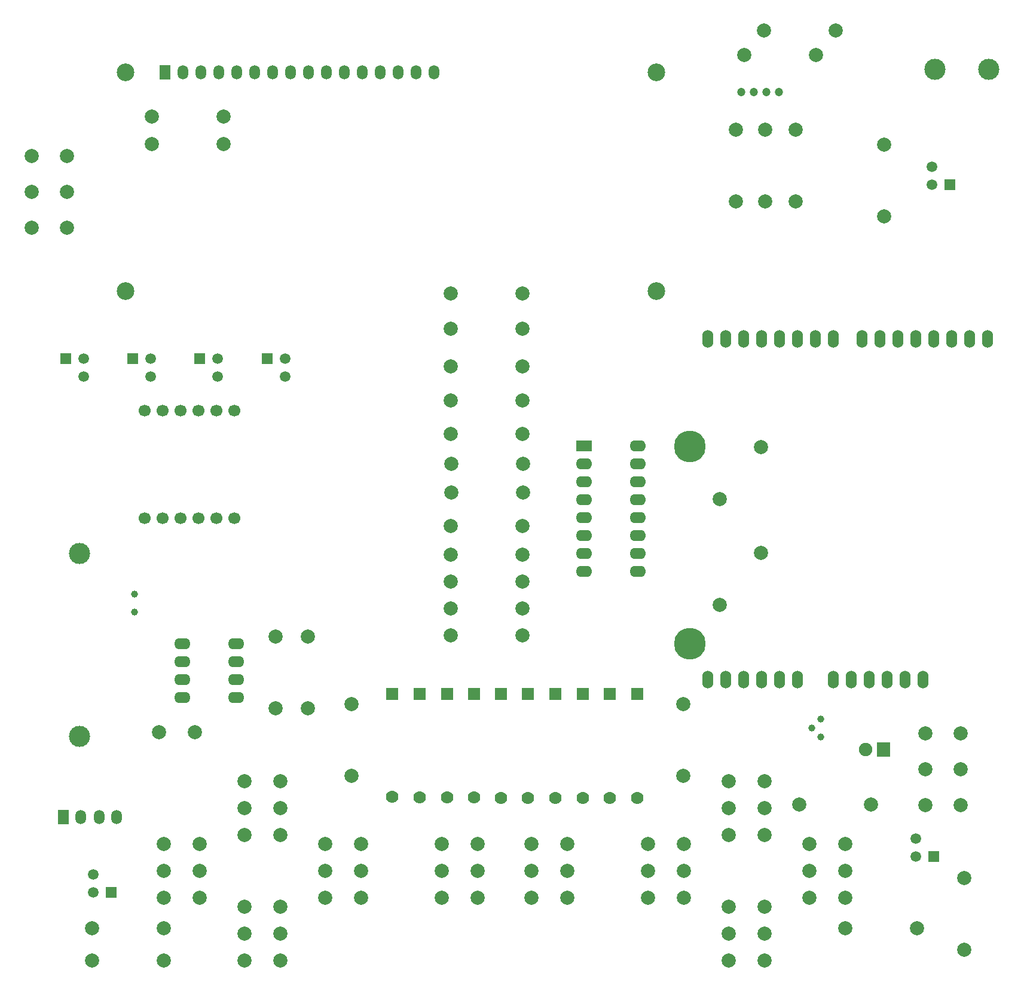
<source format=gbr>
G04 #@! TF.FileFunction,Soldermask,Bot*
%FSLAX46Y46*%
G04 Gerber Fmt 4.6, Leading zero omitted, Abs format (unit mm)*
G04 Created by KiCad (PCBNEW 4.0.6) date 11/30/17 16:50:21*
%MOMM*%
%LPD*%
G01*
G04 APERTURE LIST*
%ADD10C,0.300000*%
%ADD11C,2.499360*%
%ADD12R,1.500000X2.000000*%
%ADD13O,1.500000X2.000000*%
%ADD14R,2.286000X1.574800*%
%ADD15O,2.286000X1.574800*%
%ADD16C,2.000000*%
%ADD17C,4.500000*%
%ADD18O,1.524000X2.540000*%
%ADD19C,3.000000*%
%ADD20C,1.000760*%
%ADD21C,1.998980*%
%ADD22R,1.500000X1.500000*%
%ADD23C,1.500000*%
%ADD24C,1.200000*%
%ADD25C,1.700000*%
%ADD26O,2.300000X1.600000*%
%ADD27R,1.900000X2.000000*%
%ADD28C,1.900000*%
%ADD29C,1.778000*%
%ADD30R,1.778000X1.778000*%
G04 APERTURE END LIST*
D10*
D11*
X150962000Y-63130000D03*
X75778000Y-63142000D03*
D12*
X81366000Y-32142000D03*
D13*
X83906000Y-32142000D03*
X86446000Y-32142000D03*
X88986000Y-32142000D03*
X91526000Y-32142000D03*
X94066000Y-32142000D03*
X96606000Y-32142000D03*
X99146000Y-32142000D03*
X101686000Y-32142000D03*
X104226000Y-32142000D03*
X106766000Y-32142000D03*
X109306000Y-32142000D03*
X111846000Y-32142000D03*
X114386000Y-32142000D03*
X116926000Y-32142000D03*
X119466000Y-32142000D03*
D11*
X75778000Y-32142000D03*
X150962000Y-32142000D03*
D14*
X140668000Y-85052000D03*
D15*
X140668000Y-87592000D03*
X140668000Y-90132000D03*
X140668000Y-92672000D03*
X140668000Y-95212000D03*
X140668000Y-97752000D03*
X140668000Y-100292000D03*
X140668000Y-102832000D03*
X148288000Y-102832000D03*
X148288000Y-100292000D03*
X148288000Y-97752000D03*
X148288000Y-95212000D03*
X148288000Y-92672000D03*
X148288000Y-90132000D03*
X148288000Y-87592000D03*
X148288000Y-85052000D03*
D16*
X154728000Y-121642000D03*
X154728000Y-131802000D03*
D17*
X155702000Y-113030000D03*
D18*
X158242000Y-118110000D03*
X160782000Y-118110000D03*
X163322000Y-118110000D03*
X170942000Y-118110000D03*
X168402000Y-118110000D03*
X165862000Y-118110000D03*
X176022000Y-118110000D03*
X178562000Y-118110000D03*
X181102000Y-118110000D03*
X186182000Y-118110000D03*
X188722000Y-118110000D03*
X158242000Y-69850000D03*
X160782000Y-69850000D03*
X163322000Y-69850000D03*
X165862000Y-69850000D03*
X168402000Y-69850000D03*
X170942000Y-69850000D03*
X173482000Y-69850000D03*
X176022000Y-69850000D03*
X180086000Y-69850000D03*
X182626000Y-69850000D03*
X185166000Y-69850000D03*
X187706000Y-69850000D03*
X190246000Y-69850000D03*
X192786000Y-69850000D03*
X195326000Y-69850000D03*
X197866000Y-69850000D03*
X183642000Y-118110000D03*
D17*
X155702000Y-85090000D03*
D19*
X190428160Y-31692000D03*
X198027840Y-31692000D03*
D20*
X172974000Y-124968000D03*
X174244000Y-123698000D03*
X174244000Y-126238000D03*
D21*
X159893000Y-107576000D03*
X159893000Y-92576000D03*
D19*
X69258000Y-126212000D03*
X69258000Y-100304000D03*
D16*
X131934000Y-108040000D03*
X121774000Y-108040000D03*
D22*
X67310000Y-72644000D03*
D23*
X69850000Y-72644000D03*
X69850000Y-75184000D03*
D22*
X95798000Y-72662000D03*
D23*
X98338000Y-72662000D03*
X98338000Y-75202000D03*
D22*
X76758000Y-72642000D03*
D23*
X79298000Y-72642000D03*
X79298000Y-75182000D03*
D22*
X190246000Y-143178000D03*
D23*
X187706000Y-143178000D03*
X187706000Y-140638000D03*
D22*
X73748000Y-148322000D03*
D23*
X71208000Y-148322000D03*
X71208000Y-145782000D03*
D22*
X192532000Y-48006000D03*
D23*
X189992000Y-48006000D03*
X189992000Y-45466000D03*
D22*
X86208000Y-72642000D03*
D23*
X88748000Y-72642000D03*
X88748000Y-75182000D03*
D16*
X181356000Y-135812000D03*
X171196000Y-135812000D03*
X79502000Y-38354000D03*
X89662000Y-38354000D03*
X187833000Y-153338000D03*
X177673000Y-153338000D03*
X170680000Y-50416000D03*
X170680000Y-40256000D03*
X166378000Y-50422000D03*
X166378000Y-40262000D03*
X162188000Y-50422000D03*
X162188000Y-40262000D03*
X194564000Y-156386000D03*
X194564000Y-146226000D03*
X101600000Y-122174000D03*
X101600000Y-112014000D03*
X97028000Y-122174000D03*
X97028000Y-112014000D03*
X70993000Y-157910000D03*
X81153000Y-157910000D03*
X70993000Y-153338000D03*
X81153000Y-153338000D03*
X131928000Y-63482000D03*
X121768000Y-63482000D03*
X132018000Y-91642000D03*
X121858000Y-91642000D03*
X173558000Y-29692000D03*
X163398000Y-29692000D03*
X176308000Y-26192000D03*
X166148000Y-26192000D03*
X79502000Y-42291000D03*
X89662000Y-42291000D03*
X183228000Y-42362000D03*
X183228000Y-52522000D03*
X131938000Y-96382000D03*
X121778000Y-96382000D03*
X132078000Y-87542000D03*
X121918000Y-87542000D03*
X131938000Y-83372000D03*
X121778000Y-83372000D03*
X131934000Y-68416000D03*
X121774000Y-68416000D03*
X131934000Y-100420000D03*
X121774000Y-100420000D03*
X131934000Y-104230000D03*
X121774000Y-104230000D03*
X131934000Y-111850000D03*
X121774000Y-111850000D03*
X131934000Y-78576000D03*
X121774000Y-78576000D03*
X131934000Y-73750000D03*
X121774000Y-73750000D03*
D24*
X168268000Y-34942000D03*
X166490000Y-34942000D03*
X162934000Y-34942000D03*
X164712000Y-34942000D03*
D25*
X78486000Y-95250000D03*
X81026000Y-95250000D03*
X83566000Y-95250000D03*
X86106000Y-95250000D03*
X88646000Y-95250000D03*
X91186000Y-95250000D03*
X91186000Y-80010000D03*
X88646000Y-80010000D03*
X86106000Y-80010000D03*
X83566000Y-80010000D03*
X81026000Y-80010000D03*
X78486000Y-80010000D03*
D16*
X80518000Y-125612000D03*
X85598000Y-125612000D03*
X125603000Y-141400000D03*
X125603000Y-149020000D03*
X120523000Y-149020000D03*
X120523000Y-141400000D03*
X120523000Y-145210000D03*
X125603000Y-145210000D03*
X109093000Y-141400000D03*
X109093000Y-149020000D03*
X104013000Y-149020000D03*
X104013000Y-141400000D03*
X104013000Y-145210000D03*
X109093000Y-145210000D03*
X97663000Y-150290000D03*
X97663000Y-157910000D03*
X92583000Y-157910000D03*
X92583000Y-150290000D03*
X92583000Y-154100000D03*
X97663000Y-154100000D03*
X86233000Y-141400000D03*
X86233000Y-149020000D03*
X81153000Y-149020000D03*
X81153000Y-141400000D03*
X81153000Y-145210000D03*
X86233000Y-145210000D03*
X97663000Y-132510000D03*
X97663000Y-140130000D03*
X92583000Y-140130000D03*
X92583000Y-132510000D03*
X92583000Y-136320000D03*
X97663000Y-136320000D03*
X149733000Y-149020000D03*
X149733000Y-141400000D03*
X154813000Y-141400000D03*
X154813000Y-149020000D03*
X154813000Y-145210000D03*
X149733000Y-145210000D03*
X133223000Y-149020000D03*
X133223000Y-141400000D03*
X138303000Y-141400000D03*
X138303000Y-149020000D03*
X138303000Y-145210000D03*
X133223000Y-145210000D03*
X161163000Y-140130000D03*
X161163000Y-132510000D03*
X166243000Y-132510000D03*
X166243000Y-140130000D03*
X166243000Y-136320000D03*
X161163000Y-136320000D03*
X172593000Y-149020000D03*
X172593000Y-141400000D03*
X177673000Y-141400000D03*
X177673000Y-149020000D03*
X177673000Y-145210000D03*
X172593000Y-145210000D03*
X161163000Y-157910000D03*
X161163000Y-150290000D03*
X166243000Y-150290000D03*
X166243000Y-157910000D03*
X166243000Y-154100000D03*
X161163000Y-154100000D03*
D26*
X83820000Y-113030000D03*
X83820000Y-115570000D03*
X83820000Y-118110000D03*
X83820000Y-120650000D03*
X91440000Y-120650000D03*
X91440000Y-118110000D03*
X91440000Y-115570000D03*
X91440000Y-113030000D03*
D27*
X183134000Y-128016000D03*
D28*
X180594000Y-128016000D03*
D21*
X165735000Y-85210000D03*
X165735000Y-100210000D03*
D29*
X113538000Y-134747000D03*
D30*
X113538000Y-120142000D03*
D29*
X117405000Y-134781000D03*
D30*
X117405000Y-120176000D03*
D29*
X121278000Y-134781000D03*
D30*
X121278000Y-120176000D03*
D29*
X125105000Y-134781000D03*
D30*
X125105000Y-120176000D03*
D29*
X128905000Y-134908000D03*
D30*
X128905000Y-120176000D03*
D29*
X132751000Y-134908000D03*
D30*
X132751000Y-120176000D03*
D29*
X136632000Y-134908000D03*
D30*
X136632000Y-120176000D03*
D29*
X140505000Y-134908000D03*
D30*
X140505000Y-120176000D03*
D29*
X144351000Y-134908000D03*
D30*
X144351000Y-120176000D03*
D29*
X148251000Y-134908000D03*
D30*
X148251000Y-120176000D03*
D16*
X107728000Y-131772000D03*
X107728000Y-121612000D03*
D20*
X76978000Y-106022000D03*
X76978000Y-108562000D03*
D13*
X74508000Y-137652000D03*
X72008000Y-137652000D03*
X69408000Y-137652000D03*
D12*
X66908000Y-137652000D03*
D16*
X189056000Y-125793500D03*
X194056000Y-125793500D03*
X189056000Y-135953500D03*
X189056000Y-130873500D03*
X194056000Y-135953500D03*
X194056000Y-130873500D03*
X67420500Y-54165500D03*
X62420500Y-54165500D03*
X67420500Y-44005500D03*
X67420500Y-49085500D03*
X62420500Y-44005500D03*
X62420500Y-49085500D03*
M02*

</source>
